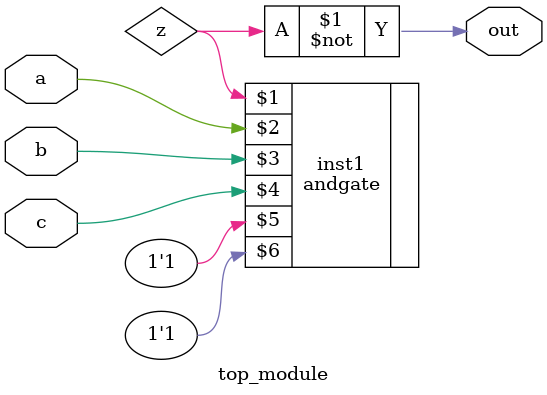
<source format=v>
module top_module (input a, input b, input c, output out);//
    wire z;
    andgate inst1 ( z,a,b,c,1'b1,1'b1 );
    assign out = ~z;

endmodule

</source>
